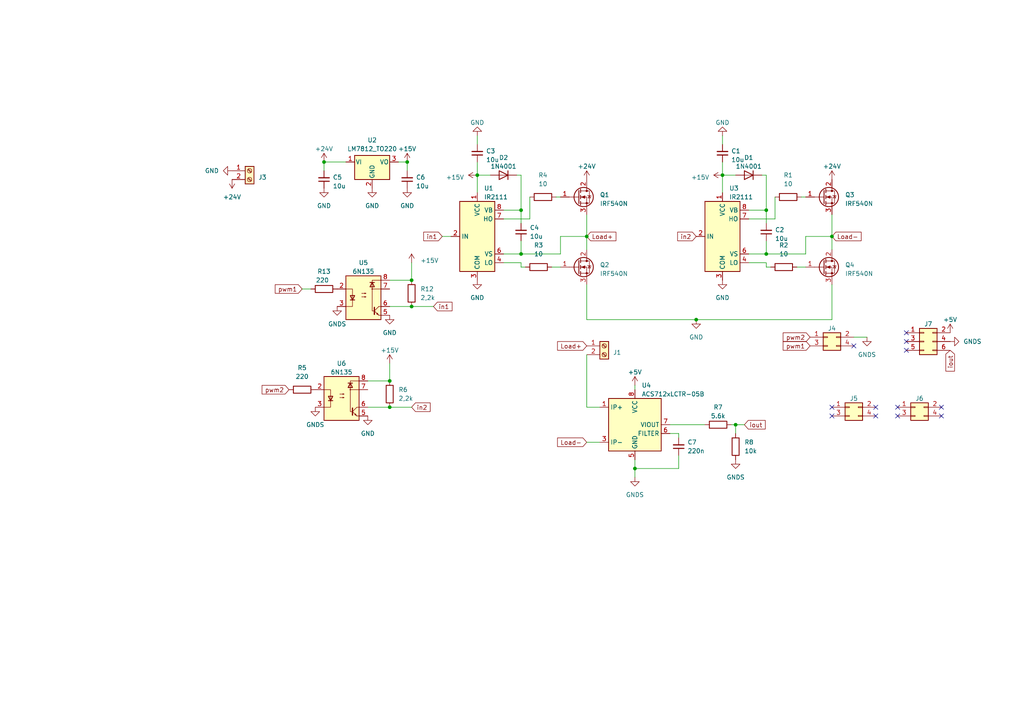
<source format=kicad_sch>
(kicad_sch (version 20230121) (generator eeschema)
  (paper "A4")
  (lib_symbols
    (symbol "Connector:Screw_Terminal_01x02" (pin_names (offset 1.016) hide)
      (property "Reference" "J" (at 0 2.54 0))
      (property "Value" "Screw_Terminal_01x02" (at 0 -5.08 0))
      (symbol "Screw_Terminal_01x02_1_1"
        (rectangle (start -1.27 1.27) (end 1.27 -3.81) (stroke (width 0.254)) (fill (type background)))
        (circle (center 0 -2.54) (radius 0.635) (stroke (width 0.1524)))
        (polyline (pts (xy -0.5334 -2.2098) (xy 0.3302 -3.048)) (stroke (width 0.1524)))
        (polyline (pts (xy -0.5334 0.3302) (xy 0.3302 -0.508)) (stroke (width 0.1524)))
        (polyline (pts (xy -0.3556 -2.032) (xy 0.508 -2.8702)) (stroke (width 0.1524)))
        (polyline (pts (xy -0.3556 0.508) (xy 0.508 -0.3302)) (stroke (width 0.1524)))
        (circle (center 0 0) (radius 0.635) (stroke (width 0.1524)))
        (pin passive line (at -5.08 0 0) (length 3.81) (name "Pin_1") (number "1"))
        (pin passive line (at -5.08 -2.54 0) (length 3.81) (name "Pin_2") (number "2"))
      )
    )
    (symbol "Connector_Generic:Conn_02x02_Odd_Even" (pin_names (offset 1.016) hide)
      (property "Reference" "J" (at 1.27 2.54 0))
      (property "Value" "Conn_02x02_Odd_Even" (at 1.27 -5.08 0))
      (symbol "Conn_02x02_Odd_Even_1_1"
        (rectangle (start -1.27 -2.413) (end 0 -2.667) (stroke (width 0.1524)))
        (rectangle (start -1.27 0.127) (end 0 -0.127) (stroke (width 0.1524)))
        (rectangle (start -1.27 1.27) (end 3.81 -3.81) (stroke (width 0.254)) (fill (type background)))
        (rectangle (start 3.81 -2.413) (end 2.54 -2.667) (stroke (width 0.1524)))
        (rectangle (start 3.81 0.127) (end 2.54 -0.127) (stroke (width 0.1524)))
        (pin passive line (at -5.08 0 0) (length 3.81) (name "Pin_1") (number "1"))
        (pin passive line (at 7.62 0 180) (length 3.81) (name "Pin_2") (number "2"))
        (pin passive line (at -5.08 -2.54 0) (length 3.81) (name "Pin_3") (number "3"))
        (pin passive line (at 7.62 -2.54 180) (length 3.81) (name "Pin_4") (number "4"))
      )
    )
    (symbol "Connector_Generic:Conn_02x03_Odd_Even" (pin_names (offset 1.016) hide)
      (property "Reference" "J" (at 1.27 5.08 0))
      (property "Value" "Conn_02x03_Odd_Even" (at 1.27 -5.08 0))
      (symbol "Conn_02x03_Odd_Even_1_1"
        (rectangle (start -1.27 -2.413) (end 0 -2.667) (stroke (width 0.1524)))
        (rectangle (start -1.27 0.127) (end 0 -0.127) (stroke (width 0.1524)))
        (rectangle (start -1.27 2.667) (end 0 2.413) (stroke (width 0.1524)))
        (rectangle (start -1.27 3.81) (end 3.81 -3.81) (stroke (width 0.254)) (fill (type background)))
        (rectangle (start 3.81 -2.413) (end 2.54 -2.667) (stroke (width 0.1524)))
        (rectangle (start 3.81 0.127) (end 2.54 -0.127) (stroke (width 0.1524)))
        (rectangle (start 3.81 2.667) (end 2.54 2.413) (stroke (width 0.1524)))
        (pin passive line (at -5.08 2.54 0) (length 3.81) (name "Pin_1") (number "1"))
        (pin passive line (at 7.62 2.54 180) (length 3.81) (name "Pin_2") (number "2"))
        (pin passive line (at -5.08 0 0) (length 3.81) (name "Pin_3") (number "3"))
        (pin passive line (at 7.62 0 180) (length 3.81) (name "Pin_4") (number "4"))
        (pin passive line (at -5.08 -2.54 0) (length 3.81) (name "Pin_5") (number "5"))
        (pin passive line (at 7.62 -2.54 180) (length 3.81) (name "Pin_6") (number "6"))
      )
    )
    (symbol "Device:C_Small" (pin_numbers hide) (pin_names (offset 0.254) hide)
      (property "Reference" "C" (at 0.254 1.778 0))
      (property "Value" "C_Small" (at 0.254 -2.032 0))
      (symbol "C_Small_0_1"
        (polyline (pts (xy -1.524 -0.508) (xy 1.524 -0.508)) (stroke (width 0.3302)))
        (polyline (pts (xy -1.524 0.508) (xy 1.524 0.508)) (stroke (width 0.3048)))
      )
      (symbol "C_Small_1_1"
        (pin passive line (at 0 2.54 270) (length 2.032) (name "~") (number "1"))
        (pin passive line (at 0 -2.54 90) (length 2.032) (name "~") (number "2"))
      )
    )
    (symbol "Device:R" (pin_numbers hide) (pin_names (offset 0))
      (property "Reference" "R" (at 2.032 0 90))
      (property "Value" "R" (at 0 0 90))
      (symbol "R_0_1"
        (rectangle (start -1.016 -2.54) (end 1.016 2.54) (stroke (width 0.254)))
      )
      (symbol "R_1_1"
        (pin passive line (at 0 3.81 270) (length 1.27) (name "~") (number "1"))
        (pin passive line (at 0 -3.81 90) (length 1.27) (name "~") (number "2"))
      )
    )
    (symbol "Diode:1N4001" (pin_numbers hide) (pin_names hide)
      (property "Reference" "D" (at 0 2.54 0))
      (property "Value" "1N4001" (at 0 -2.54 0))
      (symbol "1N4001_0_1"
        (polyline (pts (xy -1.27 1.27) (xy -1.27 -1.27)) (stroke (width 0.254)))
        (polyline (pts (xy 1.27 0) (xy -1.27 0)))
        (polyline (pts (xy 1.27 1.27) (xy 1.27 -1.27) (xy -1.27 0) (xy 1.27 1.27)) (stroke (width 0.254)))
      )
      (symbol "1N4001_1_1"
        (pin passive line (at -3.81 0 0) (length 2.54) (name "K") (number "1"))
        (pin passive line (at 3.81 0 180) (length 2.54) (name "A") (number "2"))
      )
    )
    (symbol "Driver_FET:IR2111"
      (property "Reference" "U" (at 1.27 13.335 0))
      (property "Value" "IR2111" (at 1.27 11.43 0))
      (symbol "IR2111_0_1"
        (rectangle (start -5.08 -10.16) (end 5.08 10.16) (stroke (width 0.254)) (fill (type background)))
      )
      (symbol "IR2111_1_1"
        (pin power_in line (at 0 12.7 270) (length 2.54) (name "VCC") (number "1"))
        (pin input line (at -7.62 0 0) (length 2.54) (name "IN") (number "2"))
        (pin power_in line (at 0 -12.7 90) (length 2.54) (name "COM") (number "3"))
        (pin output line (at 7.62 -7.62 180) (length 2.54) (name "LO") (number "4"))
        (pin no_connect line (at -5.08 7.62 0) (length 2.54) hide (name "NC") (number "5"))
        (pin passive line (at 7.62 -5.08 180) (length 2.54) (name "VS") (number "6"))
        (pin output line (at 7.62 5.08 180) (length 2.54) (name "HO") (number "7"))
        (pin passive line (at 7.62 7.62 180) (length 2.54) (name "VB") (number "8"))
      )
    )
    (symbol "Isolator:6N135" (pin_names (offset 1.016))
      (property "Reference" "U" (at -5.08 7.62 0))
      (property "Value" "6N135" (at 0 7.62 0))
      (symbol "6N135_0_1"
        (rectangle (start -5.08 6.35) (end 5.08 -6.35) (stroke (width 0.254)) (fill (type background)))
        (polyline (pts (xy -3.81 -0.635) (xy -2.54 -0.635)) (stroke (width 0.254)))
        (polyline (pts (xy 1.905 4.445) (xy 3.175 4.445)) (stroke (width 0.254)))
        (polyline (pts (xy 3.175 -2.794) (xy 3.175 -4.826)) (stroke (width 0.3556)))
        (polyline (pts (xy 3.302 -3.937) (xy 4.445 -5.08)))
        (polyline (pts (xy 3.302 -3.683) (xy 4.445 -2.54)))
        (polyline (pts (xy 5.08 -5.08) (xy 4.445 -5.08)))
        (polyline (pts (xy 5.08 -2.54) (xy 4.445 -2.54)))
        (polyline (pts (xy 5.08 2.54) (xy 2.54 2.54)))
        (polyline (pts (xy -5.08 2.54) (xy -3.175 2.54) (xy -3.175 -2.54) (xy -5.08 -2.54)))
        (polyline (pts (xy -3.175 -0.635) (xy -3.81 0.635) (xy -2.54 0.635) (xy -3.175 -0.635)) (stroke (width 0.254)))
        (polyline (pts (xy 2.54 4.445) (xy 1.905 3.175) (xy 3.175 3.175) (xy 2.54 4.445)) (stroke (width 0.254)))
        (polyline (pts (xy 4.318 -4.953) (xy 4.064 -4.445) (xy 3.81 -4.699) (xy 4.318 -4.953)))
        (polyline (pts (xy 5.08 5.08) (xy 2.54 5.08) (xy 2.54 -3.81) (xy 3.175 -3.81)))
        (polyline (pts (xy -0.508 0.254) (xy 0.762 0.254) (xy 0.381 0.127) (xy 0.381 0.381) (xy 0.762 0.254)))
        (polyline (pts (xy -0.508 1.27) (xy 0.762 1.27) (xy 0.381 1.143) (xy 0.381 1.397) (xy 0.762 1.27)))
        (circle (center 2.54 2.54) (radius 0.127))
      )
      (symbol "6N135_1_1"
        (pin no_connect line (at -5.08 5.08 0) (length 2.54) hide (name "NC") (number "1"))
        (pin passive line (at -7.62 2.54 0) (length 2.54) (name "~") (number "2"))
        (pin passive line (at -7.62 -2.54 0) (length 2.54) (name "~") (number "3"))
        (pin no_connect line (at -5.08 -5.08 0) (length 2.54) hide (name "NC") (number "4"))
        (pin passive line (at 7.62 -5.08 180) (length 2.54) (name "~") (number "5"))
        (pin passive line (at 7.62 -2.54 180) (length 2.54) (name "~") (number "6"))
        (pin passive line (at 7.62 2.54 180) (length 2.54) (name "~") (number "7"))
        (pin passive line (at 7.62 5.08 180) (length 2.54) (name "~") (number "8"))
      )
    )
    (symbol "Regulator_Linear:LM7815_TO220" (pin_names (offset 0.254))
      (property "Reference" "U" (at -3.81 3.175 0))
      (property "Value" "LM7815_TO220" (at 0 3.175 0))
      (symbol "LM7815_TO220_0_1"
        (rectangle (start -5.08 1.905) (end 5.08 -5.08) (stroke (width 0.254)) (fill (type background)))
      )
      (symbol "LM7815_TO220_1_1"
        (pin power_in line (at -7.62 0 0) (length 2.54) (name "VI") (number "1"))
        (pin power_in line (at 0 -7.62 90) (length 2.54) (name "GND") (number "2"))
        (pin power_out line (at 7.62 0 180) (length 2.54) (name "VO") (number "3"))
      )
    )
    (symbol "Sensor_Current:ACS712xLCTR-05B"
      (property "Reference" "U" (at 2.54 11.43 0))
      (property "Value" "ACS712xLCTR-05B" (at 2.54 8.89 0))
      (symbol "ACS712xLCTR-05B_0_1"
        (rectangle (start -7.62 7.62) (end 7.62 -7.62) (stroke (width 0.254)) (fill (type background)))
      )
      (symbol "ACS712xLCTR-05B_1_1"
        (pin passive line (at -10.16 5.08 0) (length 2.54) (name "IP+") (number "1"))
        (pin passive line (at -10.16 5.08 0) (length 2.54) hide (name "IP+") (number "2"))
        (pin passive line (at -10.16 -5.08 0) (length 2.54) (name "IP-") (number "3"))
        (pin passive line (at -10.16 -5.08 0) (length 2.54) hide (name "IP-") (number "4"))
        (pin power_in line (at 0 -10.16 90) (length 2.54) (name "GND") (number "5"))
        (pin passive line (at 10.16 -2.54 180) (length 2.54) (name "FILTER") (number "6"))
        (pin output line (at 10.16 0 180) (length 2.54) (name "VIOUT") (number "7"))
        (pin power_in line (at 0 10.16 270) (length 2.54) (name "VCC") (number "8"))
      )
    )
    (symbol "Transistor_FET:IRF540N" (pin_names hide)
      (property "Reference" "Q" (at 6.35 1.905 0))
      (property "Value" "IRF540N" (at 6.35 0 0))
      (symbol "IRF540N_0_1"
        (polyline (pts (xy 0.254 0) (xy -2.54 0)))
        (polyline (pts (xy 0.254 1.905) (xy 0.254 -1.905)) (stroke (width 0.254)))
        (polyline (pts (xy 0.762 -1.27) (xy 0.762 -2.286)) (stroke (width 0.254)))
        (polyline (pts (xy 0.762 0.508) (xy 0.762 -0.508)) (stroke (width 0.254)))
        (polyline (pts (xy 0.762 2.286) (xy 0.762 1.27)) (stroke (width 0.254)))
        (polyline (pts (xy 2.54 2.54) (xy 2.54 1.778)))
        (polyline (pts (xy 2.54 -2.54) (xy 2.54 0) (xy 0.762 0)))
        (polyline (pts (xy 0.762 -1.778) (xy 3.302 -1.778) (xy 3.302 1.778) (xy 0.762 1.778)))
        (polyline (pts (xy 1.016 0) (xy 2.032 0.381) (xy 2.032 -0.381) (xy 1.016 0)) (fill (type outline)))
        (polyline (pts (xy 2.794 0.508) (xy 2.921 0.381) (xy 3.683 0.381) (xy 3.81 0.254)))
        (polyline (pts (xy 3.302 0.381) (xy 2.921 -0.254) (xy 3.683 -0.254) (xy 3.302 0.381)))
        (circle (center 1.651 0) (radius 2.794) (stroke (width 0.254)))
        (circle (center 2.54 -1.778) (radius 0.254) (fill (type outline)))
        (circle (center 2.54 1.778) (radius 0.254) (fill (type outline)))
      )
      (symbol "IRF540N_1_1"
        (pin input line (at -5.08 0 0) (length 2.54) (name "G") (number "1"))
        (pin passive line (at 2.54 5.08 270) (length 2.54) (name "D") (number "2"))
        (pin passive line (at 2.54 -5.08 90) (length 2.54) (name "S") (number "3"))
      )
    )
    (symbol "power:+15V" (power) (pin_names (offset 0))
      (property "Value" "+15V" (at 0 3.556 0))
      (symbol "+15V_0_1"
        (polyline (pts (xy -0.762 1.27) (xy 0 2.54)))
        (polyline (pts (xy 0 0) (xy 0 2.54)))
        (polyline (pts (xy 0 2.54) (xy 0.762 1.27)))
      )
      (symbol "+15V_1_1"
        (pin power_in line (at 0 0 90) (length 0) hide (name "+15V") (number "1"))
      )
    )
    (symbol "power:+24V" (power) (pin_names (offset 0))
      (property "Value" "+24V" (at 0 3.556 0))
      (symbol "+24V_0_1"
        (polyline (pts (xy -0.762 1.27) (xy 0 2.54)))
        (polyline (pts (xy 0 0) (xy 0 2.54)))
        (polyline (pts (xy 0 2.54) (xy 0.762 1.27)))
      )
      (symbol "+24V_1_1"
        (pin power_in line (at 0 0 90) (length 0) hide (name "+24V") (number "1"))
      )
    )
    (symbol "power:+5V" (power) (pin_names (offset 0))
      (property "Value" "+5V" (at 0 3.556 0))
      (symbol "+5V_0_1"
        (polyline (pts (xy -0.762 1.27) (xy 0 2.54)))
        (polyline (pts (xy 0 0) (xy 0 2.54)))
        (polyline (pts (xy 0 2.54) (xy 0.762 1.27)))
      )
      (symbol "+5V_1_1"
        (pin power_in line (at 0 0 90) (length 0) hide (name "+5V") (number "1"))
      )
    )
    (symbol "power:GND" (power) (pin_names (offset 0))
      (property "Value" "GND" (at 0 -3.81 0))
      (symbol "GND_0_1"
        (polyline (pts (xy 0 0) (xy 0 -1.27) (xy 1.27 -1.27) (xy 0 -2.54) (xy -1.27 -1.27) (xy 0 -1.27)))
      )
      (symbol "GND_1_1"
        (pin power_in line (at 0 0 270) (length 0) hide (name "GND") (number "1"))
      )
    )
    (symbol "power:GNDS" (power) (pin_names (offset 0))
      (property "Value" "GNDS" (at 0 -3.81 0))
      (symbol "GNDS_0_1"
        (polyline (pts (xy 0 0) (xy 0 -1.27) (xy 1.27 -1.27) (xy 0 -2.54) (xy -1.27 -1.27) (xy 0 -1.27)))
      )
      (symbol "GNDS_1_1"
        (pin power_in line (at 0 0 270) (length 0) hide (name "GNDS") (number "1"))
      )
    )
  )
  (junction (at 151.13 73.66))
  (junction (at 138.43 50.8))
  (junction (at 151.13 60.96))
  (junction (at 119.38 88.9))
  (junction (at 113.03 118.11))
  (junction (at 213.36 123.19))
  (junction (at 184.15 135.89))
  (junction (at 170.18 68.58))
  (junction (at 222.25 60.96))
  (junction (at 241.3 68.58))
  (junction (at 209.55 50.8))
  (junction (at 118.11 46.99))
  (junction (at 93.98 46.99))
  (junction (at 113.03 110.49))
  (junction (at 119.38 81.28))
  (junction (at 201.93 92.71))
  (junction (at 222.25 73.66))
  (no_connect (at 241.3 120.65))
  (no_connect (at 241.3 118.11))
  (no_connect (at 254 118.11))
  (no_connect (at 273.05 120.65))
  (no_connect (at 260.35 120.65))
  (no_connect (at 260.35 118.11))
  (no_connect (at 273.05 118.11))
  (no_connect (at 254 120.65))
  (no_connect (at 262.89 96.52))
  (no_connect (at 262.89 101.6))
  (no_connect (at 247.65 100.33))
  (no_connect (at 262.89 99.06))
  (wire (pts (xy 151.13 77.47) (xy 152.4 77.47)))
  (wire (pts (xy 160.02 77.47) (xy 162.56 77.47)))
  (wire (pts (xy 222.25 76.2) (xy 222.25 77.47)))
  (wire (pts (xy 222.25 50.8) (xy 220.98 50.8)))
  (wire (pts (xy 217.17 73.66) (xy 222.25 73.66)))
  (wire (pts (xy 194.31 125.73) (xy 196.85 125.73)))
  (wire (pts (xy 209.55 39.37) (xy 209.55 41.91)))
  (wire (pts (xy 222.25 73.66) (xy 222.25 69.85)))
  (wire (pts (xy 196.85 125.73) (xy 196.85 127)))
  (wire (pts (xy 151.13 60.96) (xy 151.13 64.77)))
  (wire (pts (xy 233.68 68.58) (xy 233.68 73.66)))
  (wire (pts (xy 213.36 123.19) (xy 215.9 123.19)))
  (wire (pts (xy 151.13 60.96) (xy 151.13 50.8)))
  (wire (pts (xy 113.03 81.28) (xy 119.38 81.28)))
  (wire (pts (xy 241.3 68.58) (xy 241.3 72.39)))
  (wire (pts (xy 212.09 123.19) (xy 213.36 123.19)))
  (wire (pts (xy 222.25 60.96) (xy 222.25 50.8)))
  (wire (pts (xy 224.79 63.5) (xy 224.79 57.15)))
  (wire (pts (xy 170.18 68.58) (xy 170.18 72.39)))
  (wire (pts (xy 231.14 77.47) (xy 233.68 77.47)))
  (wire (pts (xy 93.98 46.99) (xy 100.33 46.99)))
  (wire (pts (xy 118.11 49.53) (xy 118.11 46.99)))
  (wire (pts (xy 196.85 135.89) (xy 184.15 135.89)))
  (wire (pts (xy 209.55 46.99) (xy 209.55 50.8)))
  (wire (pts (xy 209.55 50.8) (xy 209.55 55.88)))
  (wire (pts (xy 128.27 68.58) (xy 130.81 68.58)))
  (wire (pts (xy 151.13 76.2) (xy 151.13 77.47)))
  (wire (pts (xy 213.36 123.19) (xy 213.36 125.73)))
  (wire (pts (xy 146.05 60.96) (xy 151.13 60.96)))
  (wire (pts (xy 146.05 76.2) (xy 151.13 76.2)))
  (wire (pts (xy 247.65 97.79) (xy 251.46 97.79)))
  (wire (pts (xy 196.85 132.08) (xy 196.85 135.89)))
  (wire (pts (xy 201.93 92.71) (xy 241.3 92.71)))
  (wire (pts (xy 87.63 83.82) (xy 90.17 83.82)))
  (wire (pts (xy 194.31 123.19) (xy 204.47 123.19)))
  (wire (pts (xy 170.18 82.55) (xy 170.18 92.71)))
  (wire (pts (xy 138.43 39.37) (xy 138.43 41.91)))
  (wire (pts (xy 161.29 57.15) (xy 162.56 57.15)))
  (wire (pts (xy 217.17 63.5) (xy 224.79 63.5)))
  (wire (pts (xy 170.18 128.27) (xy 173.99 128.27)))
  (wire (pts (xy 138.43 46.99) (xy 138.43 50.8)))
  (wire (pts (xy 106.68 118.11) (xy 113.03 118.11)))
  (wire (pts (xy 106.68 110.49) (xy 113.03 110.49)))
  (wire (pts (xy 162.56 73.66) (xy 151.13 73.66)))
  (wire (pts (xy 119.38 76.2) (xy 119.38 81.28)))
  (wire (pts (xy 222.25 60.96) (xy 222.25 64.77)))
  (wire (pts (xy 170.18 118.11) (xy 170.18 102.87)))
  (wire (pts (xy 113.03 105.41) (xy 113.03 110.49)))
  (wire (pts (xy 113.03 118.11) (xy 119.38 118.11)))
  (wire (pts (xy 213.36 50.8) (xy 209.55 50.8)))
  (wire (pts (xy 170.18 62.23) (xy 170.18 68.58)))
  (wire (pts (xy 151.13 73.66) (xy 151.13 69.85)))
  (wire (pts (xy 162.56 68.58) (xy 162.56 73.66)))
  (wire (pts (xy 118.11 46.99) (xy 115.57 46.99)))
  (wire (pts (xy 233.68 73.66) (xy 222.25 73.66)))
  (wire (pts (xy 184.15 138.43) (xy 184.15 135.89)))
  (wire (pts (xy 151.13 50.8) (xy 149.86 50.8)))
  (wire (pts (xy 217.17 60.96) (xy 222.25 60.96)))
  (wire (pts (xy 232.41 57.15) (xy 233.68 57.15)))
  (wire (pts (xy 173.99 118.11) (xy 170.18 118.11)))
  (wire (pts (xy 153.67 63.5) (xy 153.67 57.15)))
  (wire (pts (xy 142.24 50.8) (xy 138.43 50.8)))
  (wire (pts (xy 241.3 68.58) (xy 233.68 68.58)))
  (wire (pts (xy 217.17 76.2) (xy 222.25 76.2)))
  (wire (pts (xy 93.98 46.99) (xy 93.98 49.53)))
  (wire (pts (xy 222.25 77.47) (xy 223.52 77.47)))
  (wire (pts (xy 146.05 63.5) (xy 153.67 63.5)))
  (wire (pts (xy 241.3 62.23) (xy 241.3 68.58)))
  (wire (pts (xy 170.18 92.71) (xy 201.93 92.71)))
  (wire (pts (xy 146.05 73.66) (xy 151.13 73.66)))
  (wire (pts (xy 162.56 68.58) (xy 170.18 68.58)))
  (wire (pts (xy 184.15 111.76) (xy 184.15 113.03)))
  (wire (pts (xy 138.43 50.8) (xy 138.43 55.88)))
  (wire (pts (xy 113.03 88.9) (xy 119.38 88.9)))
  (wire (pts (xy 241.3 92.71) (xy 241.3 82.55)))
  (wire (pts (xy 184.15 135.89) (xy 184.15 133.35)))
  (wire (pts (xy 119.38 88.9) (xy 125.73 88.9)))
  (global_label "in2" (shape input) (at 201.93 68.58 180) (property "Intersheetrefs" "${INTERSHEET_REFS}" (effects hide)))
  (global_label "iout" (shape input) (at 275.59 101.6 270) (property "Intersheetrefs" "${INTERSHEET_REFS}" (effects hide)))
  (global_label "pwm1" (shape input) (at 87.63 83.82 180) (property "Intersheetrefs" "${INTERSHEET_REFS}" (effects hide)))
  (global_label "pwm2" (shape input) (at 234.95 97.79 180) (property "Intersheetrefs" "${INTERSHEET_REFS}" (effects hide)))
  (global_label "Load+" (shape input) (at 170.18 68.58 0) (property "Intersheetrefs" "${INTERSHEET_REFS}" (effects hide)))
  (global_label "in2" (shape input) (at 119.38 118.11 0) (property "Intersheetrefs" "${INTERSHEET_REFS}" (effects hide)))
  (global_label "Load-" (shape input) (at 241.3 68.58 0) (property "Intersheetrefs" "${INTERSHEET_REFS}" (effects hide)))
  (global_label "in1" (shape input) (at 125.73 88.9 0) (property "Intersheetrefs" "${INTERSHEET_REFS}" (effects hide)))
  (global_label "pwm1" (shape input) (at 234.95 100.33 180) (property "Intersheetrefs" "${INTERSHEET_REFS}" (effects hide)))
  (global_label "Load-" (shape input) (at 170.18 128.27 180) (property "Intersheetrefs" "${INTERSHEET_REFS}" (effects hide)))
  (global_label "iout" (shape input) (at 215.9 123.19 0) (property "Intersheetrefs" "${INTERSHEET_REFS}" (effects hide)))
  (global_label "Load+" (shape input) (at 170.18 100.33 180) (property "Intersheetrefs" "${INTERSHEET_REFS}" (effects hide)))
  (global_label "pwm2" (shape input) (at 83.82 113.03 180) (property "Intersheetrefs" "${INTERSHEET_REFS}" (effects hide)))
  (global_label "in1" (shape input) (at 128.27 68.58 180) (property "Intersheetrefs" "${INTERSHEET_REFS}" (effects hide)))
  (symbol (lib_id "Device:R") (at 93.98 83.82 90) (unit 1)
    (property "Reference" "R13" (at 93.98 78.74 90))
    (property "Value" "220 " (at 93.98 81.28 90))
    (property "Footprint" "Resistor_SMD:R_0805_2012Metric" (effects hide))
  )
  (symbol (lib_id "Device:C_Small") (at 209.55 44.45 180) (unit 1)
    (property "Reference" "C1" (at 212.09 43.8086 0) (effects (justify right)))
    (property "Value" "10u" (at 212.09 46.3486 0) (effects (justify right)))
    (property "Footprint" "Capacitor_SMD:C_1206_3216Metric" (effects hide))
  )
  (symbol (lib_id "power:GND") (at 113.03 91.44 0) (unit 1)
    (property "Reference" "#PWR022" (effects hide))
    (property "Value" "GND" (at 113.03 96.52 0))
  )
  (symbol (lib_id "Connector_Generic:Conn_02x02_Odd_Even") (at 246.38 118.11 0) (unit 1)
    (property "Reference" "J5" (at 247.65 115.57 0))
    (property "Value" "Conn_02x02_Odd_Even" (effects hide))
    (property "Footprint" "Connector_PinHeader_2.54mm:PinHeader_2x02_P2.54mm_Vertical" (effects hide))
  )
  (symbol (lib_id "Device:C_Small") (at 138.43 44.45 180) (unit 1)
    (property "Reference" "C3" (at 140.97 43.8086 0) (effects (justify right)))
    (property "Value" "10u" (at 140.97 46.3486 0) (effects (justify right)))
    (property "Footprint" "Capacitor_SMD:C_1206_3216Metric" (effects hide))
  )
  (symbol (lib_id "Device:R") (at 227.33 77.47 90) (unit 1)
    (property "Reference" "R2" (at 227.33 71.12 90))
    (property "Value" "10" (at 227.33 73.66 90))
    (property "Footprint" "Resistor_SMD:R_0805_2012Metric" (effects hide))
  )
  (symbol (lib_id "power:GNDS") (at 275.59 99.06 90) (unit 1)
    (property "Reference" "#PWR06" (effects hide))
    (property "Value" "GNDS" (at 279.4 99.06 90) (effects (justify right)))
  )
  (symbol (lib_id "power:+24V") (at 241.3 52.07 0) (unit 1)
    (property "Reference" "#PWR015" (effects hide))
    (property "Value" "+24V" (at 241.3 48.26 0))
  )
  (symbol (lib_id "power:+5V") (at 184.15 111.76 0) (unit 1)
    (property "Reference" "#PWR016" (effects hide))
    (property "Value" "+5V" (at 184.15 107.95 0))
  )
  (symbol (lib_id "Device:R") (at 113.03 114.3 0) (unit 1)
    (property "Reference" "R6" (at 115.57 113.03 0) (effects (justify left)))
    (property "Value" "2,2k" (at 115.57 115.57 0) (effects (justify left)))
    (property "Footprint" "Resistor_SMD:R_0805_2012Metric" (effects hide))
  )
  (symbol (lib_id "power:GNDS") (at 213.36 133.35 0) (unit 1)
    (property "Reference" "#PWR028" (effects hide))
    (property "Value" "GNDS" (at 213.36 138.43 0))
  )
  (symbol (lib_id "Device:R") (at 213.36 129.54 180) (unit 1)
    (property "Reference" "R8" (at 215.9 128.27 0) (effects (justify right)))
    (property "Value" "10k" (at 215.9 130.81 0) (effects (justify right)))
    (property "Footprint" "Resistor_SMD:R_0805_2012Metric" (effects hide))
  )
  (symbol (lib_id "Device:C_Small") (at 196.85 129.54 180) (unit 1)
    (property "Reference" "C7" (at 199.39 128.2636 0) (effects (justify right)))
    (property "Value" "220n" (at 199.39 130.8036 0) (effects (justify right)))
    (property "Footprint" "Capacitor_SMD:C_1206_3216Metric" (effects hide))
  )
  (symbol (lib_id "power:+24V") (at 67.31 52.07 180) (unit 1)
    (property "Reference" "#PWR025" (effects hide))
    (property "Value" "+24V" (at 67.31 57.15 0))
  )
  (symbol (lib_id "power:+24V") (at 93.98 46.99 0) (unit 1)
    (property "Reference" "#PWR010" (effects hide))
    (property "Value" "+24V" (at 93.98 43.18 0))
  )
  (symbol (lib_id "Device:C_Small") (at 93.98 52.07 180) (unit 1)
    (property "Reference" "C5" (at 96.52 51.4286 0) (effects (justify right)))
    (property "Value" "10u" (at 96.52 53.9686 0) (effects (justify right)))
    (property "Footprint" "Capacitor_SMD:C_1206_3216Metric" (effects hide))
  )
  (symbol (lib_id "power:GND") (at 107.95 54.61 0) (unit 1)
    (property "Reference" "#PWR07" (effects hide))
    (property "Value" "GND" (at 107.95 59.69 0))
  )
  (symbol (lib_id "Device:C_Small") (at 118.11 52.07 180) (unit 1)
    (property "Reference" "C6" (at 120.65 51.4286 0) (effects (justify right)))
    (property "Value" "10u" (at 120.65 53.9686 0) (effects (justify right)))
    (property "Footprint" "Capacitor_SMD:C_1206_3216Metric" (effects hide))
  )
  (symbol (lib_id "Transistor_FET:IRF540N") (at 167.64 57.15 0) (unit 1)
    (property "Reference" "Q1" (at 173.99 56.515 0) (effects (justify left)))
    (property "Value" "IRF540N" (at 173.99 59.055 0) (effects (justify left)))
    (property "Footprint" "Package_TO_SOT_THT:TO-220-3_Vertical" (effects hide))
    (property "Datasheet" "http://www.irf.com/product-info/datasheets/data/irf540n.pdf" (effects hide))
  )
  (symbol (lib_id "Device:C_Small") (at 151.13 67.31 180) (unit 1)
    (property "Reference" "C4" (at 153.67 66.0336 0) (effects (justify right)))
    (property "Value" "10u" (at 153.67 68.5736 0) (effects (justify right)))
    (property "Footprint" "Capacitor_SMD:C_1206_3216Metric" (effects hide))
  )
  (symbol (lib_id "power:+5V") (at 275.59 96.52 0) (unit 1)
    (property "Reference" "#PWR04" (effects hide))
    (property "Value" "+5V" (at 275.59 92.71 0))
  )
  (symbol (lib_id "Diode:1N4001") (at 217.17 50.8 180) (unit 1)
    (property "Reference" "D1" (at 217.17 45.72 0))
    (property "Value" "1N4001" (at 217.17 48.26 0))
    (property "Footprint" "Diode_THT:D_DO-41_SOD81_P10.16mm_Horizontal" (effects hide))
    (property "Datasheet" "http://www.vishay.com/docs/88503/1n4001.pdf" (effects hide))
    (property "Sim.Device" "D" (effects hide))
    (property "Sim.Pins" "1=K 2=A" (effects hide))
  )
  (symbol (lib_id "power:GND") (at 138.43 39.37 180) (unit 1)
    (property "Reference" "#PWR01" (effects hide))
    (property "Value" "GND" (at 138.43 35.56 0))
  )
  (symbol (lib_id "power:+24V") (at 170.18 52.07 0) (unit 1)
    (property "Reference" "#PWR014" (effects hide))
    (property "Value" "+24V" (at 170.18 48.26 0))
  )
  (symbol (lib_id "power:GNDS") (at 251.46 97.79 0) (unit 1)
    (property "Reference" "#PWR026" (effects hide))
    (property "Value" "GNDS" (at 251.46 102.87 0))
  )
  (symbol (lib_id "Device:R") (at 119.38 85.09 0) (unit 1)
    (property "Reference" "R12" (at 121.92 83.82 0) (effects (justify left)))
    (property "Value" "2,2k" (at 121.92 86.36 0) (effects (justify left)))
    (property "Footprint" "Resistor_SMD:R_0805_2012Metric" (effects hide))
  )
  (symbol (lib_id "power:GNDS") (at 91.44 118.11 0) (unit 1)
    (property "Reference" "#PWR018" (effects hide))
    (property "Value" "GNDS" (at 91.44 123.19 0))
  )
  (symbol (lib_id "Isolator:6N135") (at 105.41 86.36 0) (unit 1)
    (property "Reference" "U5" (at 105.41 76.2 0))
    (property "Value" "6N135" (at 105.41 78.74 0))
    (property "Footprint" "Package_DIP:DIP-8_W7.62mm" (effects hide))
    (property "Datasheet" "https://optoelectronics.liteon.com/upload/download/DS70-2008-0032/6N135-L%206N136-L%20series.pdf" (effects hide))
  )
  (symbol (lib_id "Device:R") (at 228.6 57.15 90) (unit 1)
    (property "Reference" "R1" (at 228.6 50.8 90))
    (property "Value" "10" (at 228.6 53.34 90))
    (property "Footprint" "Resistor_SMD:R_0805_2012Metric" (effects hide))
  )
  (symbol (lib_id "Regulator_Linear:LM7815_TO220") (at 107.95 46.99 0) (unit 1)
    (property "Reference" "U2" (at 107.95 40.64 0))
    (property "Value" "LM7812_TO220" (at 107.95 43.18 0))
    (property "Footprint" "Package_TO_SOT_THT:TO-220-3_Vertical" (effects hide))
    (property "Datasheet" "https://www.onsemi.cn/PowerSolutions/document/MC7800-D.PDF" (effects hide))
  )
  (symbol (lib_id "Diode:1N4001") (at 146.05 50.8 180) (unit 1)
    (property "Reference" "D2" (at 146.05 45.72 0))
    (property "Value" "1N4001" (at 146.05 48.26 0))
    (property "Footprint" "Diode_THT:D_DO-41_SOD81_P10.16mm_Horizontal" (effects hide))
    (property "Datasheet" "http://www.vishay.com/docs/88503/1n4001.pdf" (effects hide))
    (property "Sim.Device" "D" (effects hide))
    (property "Sim.Pins" "1=K 2=A" (effects hide))
  )
  (symbol (lib_id "Driver_FET:IR2111") (at 138.43 68.58 0) (unit 1)
    (property "Reference" "U1" (at 140.3859 54.61 0) (effects (justify left)))
    (property "Value" "IR2111" (at 140.3859 57.15 0) (effects (justify left)))
    (property "Footprint" "Package_DIP:DIP-8_W7.62mm_LongPads" (effects hide))
    (property "Datasheet" "https://www.infineon.com/dgdl/ir2111.pdf?fileId=5546d462533600a4015355c810e51682" (effects hide))
  )
  (symbol (lib_id "power:GND") (at 93.98 54.61 0) (unit 1)
    (property "Reference" "#PWR08" (effects hide))
    (property "Value" "GND" (at 93.98 59.69 0))
  )
  (symbol (lib_id "power:+15V") (at 119.38 76.2 0) (unit 1)
    (property "Reference" "#PWR021" (effects hide))
    (property "Value" "+12V" (at 121.92 75.565 0) (effects (justify left)))
  )
  (symbol (lib_id "power:GNDS") (at 97.79 88.9 0) (unit 1)
    (property "Reference" "#PWR023" (effects hide))
    (property "Value" "GNDS" (at 97.79 93.98 0))
  )
  (symbol (lib_id "Transistor_FET:IRF540N") (at 167.64 77.47 0) (unit 1)
    (property "Reference" "Q2" (at 173.99 76.835 0) (effects (justify left)))
    (property "Value" "IRF540N" (at 173.99 79.375 0) (effects (justify left)))
    (property "Footprint" "Package_TO_SOT_THT:TO-220-3_Vertical" (effects hide))
    (property "Datasheet" "http://www.irf.com/product-info/datasheets/data/irf540n.pdf" (effects hide))
  )
  (symbol (lib_id "Connector_Generic:Conn_02x03_Odd_Even") (at 267.97 99.06 0) (unit 1)
    (property "Reference" "J7" (at 269.24 93.98 0))
    (property "Value" "Conn_02x03_Odd_Even" (effects hide))
    (property "Footprint" "Connector_PinHeader_2.54mm:PinHeader_2x03_P2.54mm_Vertical" (effects hide))
  )
  (symbol (lib_id "power:GND") (at 118.11 54.61 0) (unit 1)
    (property "Reference" "#PWR09" (effects hide))
    (property "Value" "GND" (at 118.11 59.69 0))
  )
  (symbol (lib_id "Driver_FET:IR2111") (at 209.55 68.58 0) (unit 1)
    (property "Reference" "U3" (at 211.5059 54.61 0) (effects (justify left)))
    (property "Value" "IR2111" (at 211.5059 57.15 0) (effects (justify left)))
    (property "Footprint" "Package_DIP:DIP-8_W7.62mm_LongPads" (effects hide))
    (property "Datasheet" "https://www.infineon.com/dgdl/ir2111.pdf?fileId=5546d462533600a4015355c810e51682" (effects hide))
  )
  (symbol (lib_id "power:GND") (at 138.43 81.28 0) (unit 1)
    (property "Reference" "#PWR02" (effects hide))
    (property "Value" "GND" (at 138.43 86.36 0))
  )
  (symbol (lib_id "power:GND") (at 67.31 49.53 270) (unit 1)
    (property "Reference" "#PWR024" (effects hide))
    (property "Value" "GND" (at 63.5 49.53 90) (effects (justify right)))
  )
  (symbol (lib_id "Transistor_FET:IRF540N") (at 238.76 77.47 0) (unit 1)
    (property "Reference" "Q4" (at 245.11 76.835 0) (effects (justify left)))
    (property "Value" "IRF540N" (at 245.11 79.375 0) (effects (justify left)))
    (property "Footprint" "Package_TO_SOT_THT:TO-220-3_Vertical" (effects hide))
    (property "Datasheet" "http://www.irf.com/product-info/datasheets/data/irf540n.pdf" (effects hide))
  )
  (symbol (lib_id "Connector_Generic:Conn_02x02_Odd_Even") (at 265.43 118.11 0) (unit 1)
    (property "Reference" "J6" (at 266.7 115.57 0))
    (property "Value" "Conn_02x02_Odd_Even" (effects hide))
    (property "Footprint" "Connector_PinHeader_2.54mm:PinHeader_2x02_P2.54mm_Vertical" (effects hide))
  )
  (symbol (lib_id "power:+15V") (at 113.03 105.41 0) (unit 1)
    (property "Reference" "#PWR020" (effects hide))
    (property "Value" "+12V" (at 113.03 101.6 0))
  )
  (symbol (lib_id "Connector_Generic:Conn_02x02_Odd_Even") (at 240.03 97.79 0) (unit 1)
    (property "Reference" "J4" (at 241.3 95.25 0))
    (property "Value" "Conn_02x02_Odd_Even" (effects hide))
    (property "Footprint" "Connector_PinHeader_2.54mm:PinHeader_2x02_P2.54mm_Vertical" (effects hide))
  )
  (symbol (lib_id "Device:R") (at 156.21 77.47 90) (unit 1)
    (property "Reference" "R3" (at 156.21 71.12 90))
    (property "Value" "10" (at 156.21 73.66 90))
    (property "Footprint" "Resistor_SMD:R_0805_2012Metric" (effects hide))
  )
  (symbol (lib_id "power:GND") (at 201.93 92.71 0) (unit 1)
    (property "Reference" "#PWR027" (effects hide))
    (property "Value" "GND" (at 201.93 97.79 0))
  )
  (symbol (lib_id "Connector:Screw_Terminal_01x02") (at 175.26 100.33 0) (unit 1)
    (property "Reference" "J1" (at 177.8 102.235 0) (effects (justify left)))
    (property "Value" "Screw_Terminal_01x02" (effects hide))
    (property "Footprint" "TerminalBlock:TerminalBlock_Altech_AK300-2_P5.00mm" (effects hide))
  )
  (symbol (lib_id "Connector:Screw_Terminal_01x02") (at 72.39 49.53 0) (unit 1)
    (property "Reference" "J3" (at 74.93 51.435 0) (effects (justify left)))
    (property "Value" "Screw_Terminal_01x02" (effects hide))
    (property "Footprint" "TerminalBlock:TerminalBlock_Altech_AK300-2_P5.00mm" (effects hide))
  )
  (symbol (lib_id "Device:R") (at 157.48 57.15 90) (unit 1)
    (property "Reference" "R4" (at 157.48 50.8 90))
    (property "Value" "10" (at 157.48 53.34 90))
    (property "Footprint" "Resistor_SMD:R_0805_2012Metric" (effects hide))
  )
  (symbol (lib_id "power:+15V") (at 209.55 50.8 90) (unit 1)
    (property "Reference" "#PWR013" (effects hide))
    (property "Value" "+12V" (at 205.74 51.435 90) (effects (justify left)))
  )
  (symbol (lib_id "power:+15V") (at 118.11 46.99 0) (unit 1)
    (property "Reference" "#PWR011" (effects hide))
    (property "Value" "+12V" (at 118.11 43.18 0))
  )
  (symbol (lib_id "Device:R") (at 87.63 113.03 90) (unit 1)
    (property "Reference" "R5" (at 87.63 106.68 90))
    (property "Value" "220" (at 87.63 109.22 90))
    (property "Footprint" "Resistor_SMD:R_0805_2012Metric" (effects hide))
  )
  (symbol (lib_id "Isolator:6N135") (at 99.06 115.57 0) (unit 1)
    (property "Reference" "U6" (at 99.06 105.41 0))
    (property "Value" "6N135" (at 99.06 107.95 0))
    (property "Footprint" "Package_DIP:DIP-8_W7.62mm" (effects hide))
    (property "Datasheet" "https://optoelectronics.liteon.com/upload/download/DS70-2008-0032/6N135-L%206N136-L%20series.pdf" (effects hide))
  )
  (symbol (lib_id "power:GND") (at 209.55 81.28 0) (unit 1)
    (property "Reference" "#PWR03" (effects hide))
    (property "Value" "GND" (at 209.55 86.36 0))
  )
  (symbol (lib_id "Device:R") (at 208.28 123.19 90) (unit 1)
    (property "Reference" "R7" (at 208.28 118.11 90))
    (property "Value" "5.6k" (at 208.28 120.65 90))
    (property "Footprint" "Resistor_SMD:R_0805_2012Metric" (effects hide))
  )
  (symbol (lib_id "Sensor_Current:ACS712xLCTR-05B") (at 184.15 123.19 0) (unit 1)
    (property "Reference" "U4" (at 186.1059 111.76 0) (effects (justify left)))
    (property "Value" "ACS712xLCTR-05B" (at 186.1059 114.3 0) (effects (justify left)))
    (property "Footprint" "Package_SO:SOIC-8_3.9x4.9mm_P1.27mm" (effects hide))
    (property "Datasheet" "http://www.allegromicro.com/~/media/Files/Datasheets/ACS712-Datasheet.ashx?la=en" (effects hide))
  )
  (symbol (lib_id "Device:C_Small") (at 222.25 67.31 180) (unit 1)
    (property "Reference" "C2" (at 224.79 66.6686 0) (effects (justify right)))
    (property "Value" "10u" (at 224.79 69.2086 0) (effects (justify right)))
    (property "Footprint" "Capacitor_SMD:C_1206_3216Metric" (effects hide))
  )
  (symbol (lib_id "Transistor_FET:IRF540N") (at 238.76 57.15 0) (unit 1)
    (property "Reference" "Q3" (at 245.11 56.515 0) (effects (justify left)))
    (property "Value" "IRF540N" (at 245.11 59.055 0) (effects (justify left)))
    (property "Footprint" "Package_TO_SOT_THT:TO-220-3_Vertical" (effects hide))
    (property "Datasheet" "http://www.irf.com/product-info/datasheets/data/irf540n.pdf" (effects hide))
  )
  (symbol (lib_id "power:GNDS") (at 184.15 138.43 0) (unit 1)
    (property "Reference" "#PWR017" (effects hide))
    (property "Value" "GNDS" (at 184.15 143.51 0))
  )
  (symbol (lib_id "power:GND") (at 209.55 39.37 180) (unit 1)
    (property "Reference" "#PWR05" (effects hide))
    (property "Value" "GND" (at 209.55 35.56 0))
  )
  (symbol (lib_id "power:+15V") (at 138.43 50.8 90) (unit 1)
    (property "Reference" "#PWR012" (effects hide))
    (property "Value" "+12V" (at 134.62 51.435 90) (effects (justify left)))
  )
  (symbol (lib_id "power:GND") (at 106.68 120.65 0) (unit 1)
    (property "Reference" "#PWR019" (effects hide))
    (property "Value" "GND" (at 106.68 125.73 0))
  )
)
</source>
